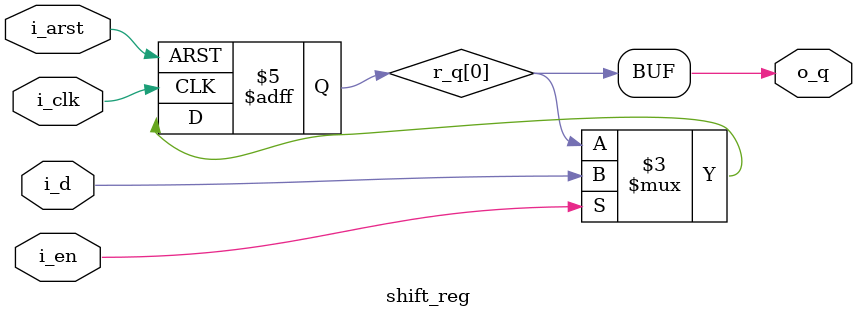
<source format=v>
module shift_reg
#(
	parameter	D_WIDTH	= 1,
	parameter	TAPE	= 1,
	parameter	DBG_STR	= "hello_world"
)
(
	input	i_arst,
	input	i_clk,
	
	input	i_en,
	input	[D_WIDTH-1:0]i_d,
	output	[D_WIDTH-1:0]o_q
);

reg		[D_WIDTH-1:0]r_q[0:TAPE-1];

initial
begin
//	$display("%s: D_WIDTH=%d TAPE=%d", DBG_STR, D_WIDTH, TAPE);
end

always@(posedge i_arst or posedge i_clk)
begin
	if (i_arst)
		r_q[0]	<= {D_WIDTH{1'b0}};
	else if (i_en)
		r_q[0]	<= i_d;
end

genvar i;
generate
	for (i=1; i<TAPE; i=i+1)
	begin: shift
		always@(posedge i_arst or posedge i_clk)
		begin
			if (i_arst)
				r_q[i]	<= {D_WIDTH{1'b0}};
			else if (i_en)
				r_q[i]	<= r_q[i-1];
		end
	end
endgenerate

assign	o_q	= r_q[TAPE-1];

endmodule

</source>
